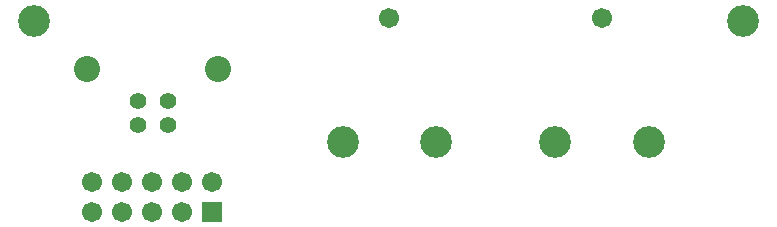
<source format=gts>
G04 Layer_Color=8388736*
%FSLAX23Y23*%
%MOIN*%
G70*
G01*
G75*
%ADD28R,0.067X0.067*%
%ADD29C,0.067*%
%ADD30C,0.087*%
%ADD31C,0.055*%
%ADD32C,0.106*%
%ADD33C,0.106*%
D28*
X-1300Y-645D02*
D03*
D29*
Y-545D02*
D03*
X-1400Y-645D02*
D03*
Y-545D02*
D03*
X-1500Y-645D02*
D03*
Y-545D02*
D03*
X-1600Y-645D02*
D03*
Y-545D02*
D03*
X-1700D02*
D03*
Y-645D02*
D03*
X-709Y0D02*
D03*
X0D02*
D03*
D30*
X-1715Y-171D02*
D03*
X-1278D02*
D03*
D31*
X-1447Y-356D02*
D03*
Y-278D02*
D03*
X-1545Y-356D02*
D03*
Y-278D02*
D03*
D32*
X471Y-10D02*
D03*
X-1891D02*
D03*
D33*
X-864Y-413D02*
D03*
X-553D02*
D03*
X156D02*
D03*
X-156D02*
D03*
M02*

</source>
